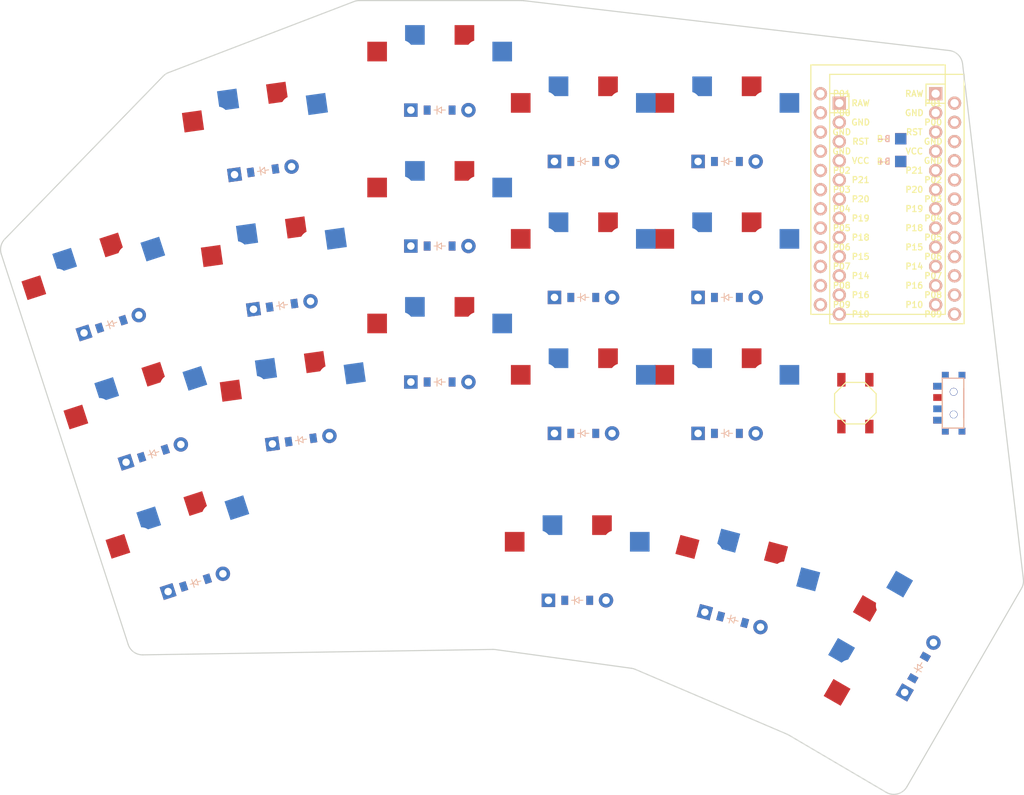
<source format=kicad_pcb>
(kicad_pcb (version 20221018) (generator pcbnew)
  (title_block (title "rosebear") (rev "v1.0.0") (company "Unknown"))
  (layers (0 "F.Cu" signal) (31 "B.Cu" signal) (34 "B.Paste" user) (35 "F.Paste" user) (36 "B.SilkS" user "B.Silkscreen") (37 "F.SilkS" user "F.Silkscreen") (38 "B.Mask" user) (39 "F.Mask" user) (44 "Edge.Cuts" user))
  (net 0 "")
  (net 1 "P20")
  (net 2 "pinky_bottom")
  (net 3 "pinky_home")
  (net 4 "pinky_top")
  (net 5 "P19")
  (net 6 "ring_bottom")
  (net 7 "ring_home")
  (net 8 "ring_top")
  (net 9 "P18")
  (net 10 "middle_bottom")
  (net 11 "middle_home")
  (net 12 "middle_top")
  (net 13 "P15")
  (net 14 "index_bottom")
  (net 15 "index_home")
  (net 16 "index_top")
  (net 17 "P14")
  (net 18 "inner_bottom")
  (net 19 "inner_home")
  (net 20 "inner_top")
  (net 21 "near_thumb")
  (net 22 "home_thumb")
  (net 23 "far_thumb")
  (net 24 "P6")
  (net 25 "P5")
  (net 26 "P4")
  (net 27 "P7")
  (net 28 "RAW")
  (net 29 "GND")
  (net 30 "RST")
  (net 31 "VCC")
  (net 32 "P21")
  (net 33 "P16")
  (net 34 "P10")
  (net 35 "P1")
  (net 36 "P0")
  (net 37 "P2")
  (net 38 "P3")
  (net 39 "P8")
  (net 40 "P9")
  (net 41 "Bplus")
  (footprint "E73:SPDT_C128955" (layer "F.Cu") (at 151.53973 80.040127 -90)
    (fp_text reference "T1" hide)
    (fp_text value "" hide)
  )
  (footprint "E73:SW_TACT_ALPS_SKQGABE010" (layer "F.Cu") (at 138.53973 80.040127 -90)
    (fp_text reference "B1" hide)
    (fp_text value "" hide)
  )
  (footprint "PG1350" (layer "F.Cu") (at 38.875388 65.761965 18)
    (fp_text reference "S3" hide)
    (fp_text value "" hide)
  )
  (footprint "PG1350" (layer "F.Cu") (at 123.33973 104.840127 -15)
    (fp_text reference "S17" hide)
    (fp_text value "" hide)
  )
  (footprint "ComboDiode" (layer "F.Cu") (at 102.53973 48.040127)
    (fp_text reference "D12" hide)
    (fp_text value "" hide)
  )
  (footprint "PG1350" (layer "F.Cu") (at 59.618056 45.297445 8)
    (fp_text reference "S6" hide)
    (fp_text value "" hide)
  )
  (footprint "PG1350" (layer "F.Cu") (at 83.53973 55.240127)
    (fp_text reference "S8" hide)
    (fp_text value "" hide)
  )
  (footprint "SMDPad" (layer "F.Cu") (at 144.53973 48.040127)
    (fp_text reference "PAD1" hide)
    (fp_text value "" hide)
  )
  (footprint "PG1350" (layer "F.Cu") (at 121.53973 44.040127)
    (fp_text reference "S15" hide)
    (fp_text value "" hide)
  )
  (footprint "ProMicro" (layer "F.Cu") (at 144.03973 54.290127 -90)
    (fp_text reference "MCU2" hide)
    (fp_text value "" hide)
  )
  (footprint "ComboDiode" (layer "F.Cu") (at 121.53973 84.040127)
    (fp_text reference "D13" hide)
    (fp_text value "" hide)
  )
  (footprint "ComboDiode" (layer "F.Cu") (at 121.53973 66.040127)
    (fp_text reference "D14" hide)
    (fp_text value "" hide)
  )
  (footprint "ComboDiode" (layer "F.Cu") (at 62.679865 67.083342 8)
    (fp_text reference "D5" hide)
    (fp_text value "" hide)
  )
  (footprint "ComboDiode" (layer "F.Cu") (at 65.18498 84.908167 8)
    (fp_text reference "D4" hide)
    (fp_text value "" hide)
  )
  (footprint "E73:SPDT_C128955" (layer "F.Cu") (at 151.53973 80.040127 -90)
    (fp_text reference "T2" hide)
    (fp_text value "" hide)
  )
  (footprint "ComboDiode" (layer "F.Cu") (at 83.53973 77.240127)
    (fp_text reference "D7" hide)
    (fp_text value "" hide)
  )
  (footprint "PG1350" (layer "F.Cu") (at 62.123172 63.12227 8)
    (fp_text reference "S5" hide)
    (fp_text value "" hide)
  )
  (footprint "ComboDiode" (layer "F.Cu") (at 40.111456 69.566192 18)
    (fp_text reference "D3" hide)
    (fp_text value "" hide)
  )
  (footprint "PG1350" (layer "F.Cu") (at 83.53973 37.240127)
    (fp_text reference "S9" hide)
    (fp_text value "" hide)
  )
  (footprint "PG1350" (layer "F.Cu") (at 50 100 18)
    (fp_text reference "S1" hide)
    (fp_text value "" hide)
  )
  (footprint "PG1350" (layer "F.Cu") (at 102.53973 80.040127)
    (fp_text reference "S10" hide)
    (fp_text value "" hide)
  )
  (footprint "PG1350" (layer "F.Cu") (at 83.53973 73.240127)
    (fp_text reference "S7" hide)
    (fp_text value "" hide)
  )
  (footprint "ComboDiode" (layer "F.Cu") (at 102.53973 66.040127)
    (fp_text reference "D11" hide)
    (fp_text value "" hide)
  )
  (footprint "ComboDiode" (layer "F.Cu") (at 83.53973 59.240127)
    (fp_text reference "D8" hide)
    (fp_text value "" hide)
  )
  (footprint "PG1350" (layer "F.Cu") (at 44.437694 82.880983 18)
    (fp_text reference "S2" hide)
    (fp_text value "" hide)
  )
  (footprint "PG1350" (layer "F.Cu") (at 121.53973 62.040127)
    (fp_text reference "S14" hide)
    (fp_text value "" hide)
  )
  (footprint "ComboDiode" (layer "F.Cu") (at 101.73973 106.140127)
    (fp_text reference "D16" hide)
    (fp_text value "" hide)
  )
  (footprint "ComboDiode" (layer "F.Cu") (at 146.969018 115.038618 60)
    (fp_text reference "D18" hide)
    (fp_text value "" hide)
  )
  (footprint "ProMicro" (layer "F.Cu") (at 141.53973 53.040127 -90)
    (fp_text reference "MCU1" hide)
    (fp_text value "" hide)
  )
  (footprint "ComboDiode" (layer "F.Cu") (at 60.174749 49.258517 8)
    (fp_text reference "D6" hide)
    (fp_text value "" hide)
  )
  (footprint "PG1350" (layer "F.Cu") (at 121.53973 80.040127)
    (fp_text reference "S13" hide)
    (fp_text value "" hide)
  )
  (footprint "ComboDiode" (layer "F.Cu") (at 121.53973 48.040127)
    (fp_text reference "D15" hide)
    (fp_text value "" hide)
  )
  (footprint "ComboDiode" (layer "F.Cu") (at 83.53973 41.240127)
    (fp_text reference "D9" hide)
    (fp_text value "" hide)
  )
  (footprint "SMDPad" (layer "F.Cu") (at 144.53973 45.040127)
    (fp_text reference "PAD2" hide)
    (fp_text value "" hide)
  )
  (footprint "PG1350" (layer "F.Cu") (at 102.53973 62.040127)
    (fp_text reference "S11" hide)
    (fp_text value "" hide)
  )
  (footprint "PG1350" (layer "F.Cu") (at 101.73973 102.140127)
    (fp_text reference "S16" hide)
    (fp_text value "" hide)
  )
  (footprint "ComboDiode" (layer "F.Cu") (at 45.673762 86.685209 18)
    (fp_text reference "D2" hide)
    (fp_text value "" hide)
  )
  (footprint "ComboDiode" (layer "F.Cu") (at 102.53973 84.040127)
    (fp_text reference "D10" hide)
    (fp_text value "" hide)
  )
  (footprint "ComboDiode" (layer "F.Cu") (at 122.304454 108.70383 -15)
    (fp_text reference "D17" hide)
    (fp_text value "" hide)
  )
  (footprint "PG1350" (layer "F.Cu") (at 102.53973 44.040127)
    (fp_text reference "S12" hide)
    (fp_text value "" hide)
  )
  (footprint "ComboDiode" (layer "F.Cu") (at 51.236068 103.804226 18)
    (fp_text reference "D1" hide)
    (fp_text value "" hide)
  )
  (footprint "PG1350" (layer "F.Cu") (at 143.504917 113.038618 60)
    (fp_text reference "S18" hide)
    (fp_text value "" hide)
  )
  (footprint "PG1350" (layer "F.Cu") (at 64.628288 80.947095 8)
    (fp_text reference "S4" hide)
    (fp_text value "" hide)
  )
  (gr_line (start 26.009242 58.310195) (end 46.956702 36.746654) (stroke (width 0.15)) (layer "Edge.Cuts"))
  (gr_line (start 90.587161 112.642498) (end 44.259837 113.362334) (stroke (width 0.15)) (layer "Edge.Cuts"))
  (gr_line (start 94.655776 26.753733) (end 150.971311 33.356243) (stroke (width 0.15)) (layer "Edge.Cuts"))
  (gr_arc (start 90.587161 112.642497) (mid 90.739378 112.645928) (end 90.890893 112.660929) (stroke (width 0.15)) (layer "Edge.Cuts"))
  (gr_arc (start 160.77044 103.339905) (mid 160.743089 103.977555) (end 160.516252 104.57412) (stroke (width 0.15)) (layer "Edge.Cuts"))
  (gr_line (start 129.499269 123.864462) (end 109.428881 115.283698) (stroke (width 0.15)) (layer "Edge.Cuts"))
  (gr_line (start 152.724662 35.108423) (end 160.77044 103.339905) (stroke (width 0.15)) (layer "Edge.Cuts"))
  (gr_line (start 25.541687 60.321801) (end 42.326652 111.98061) (stroke (width 0.15)) (layer "Edge.Cuts"))
  (gr_arc (start 94.422888 26.740127) (mid 94.539531 26.743531) (end 94.655776 26.753732) (stroke (width 0.15)) (layer "Edge.Cuts"))
  (gr_line (start 72.909976 26.740127) (end 94.422889 26.740127) (stroke (width 0.15)) (layer "Edge.Cuts"))
  (gr_arc (start 150.971311 33.356243) (mid 152.152164 33.927952) (end 152.724662 35.108423) (stroke (width 0.15)) (layer "Edge.Cuts"))
  (gr_arc (start 25.541687 60.321801) (mid 25.495728 59.250979) (end 26.009242 58.310195) (stroke (width 0.15)) (layer "Edge.Cuts"))
  (gr_arc (start 44.259837 113.362335) (mid 43.065799 112.989694) (end 42.326652 111.98061) (stroke (width 0.15)) (layer "Edge.Cuts"))
  (gr_line (start 47.675304 36.272766) (end 72.19402 26.872667) (stroke (width 0.15)) (layer "Edge.Cuts"))
  (gr_arc (start 129.499269 123.864462) (mid 129.614915 123.91833) (end 129.726892 123.979461) (stroke (width 0.15)) (layer "Edge.Cuts"))
  (gr_line (start 142.61033 131.55603) (end 129.726892 123.979461) (stroke (width 0.15)) (layer "Edge.Cuts"))
  (gr_arc (start 145.35623 130.832049) (mid 144.134072 131.76596) (end 142.61033 131.55603) (stroke (width 0.15)) (layer "Edge.Cuts"))
  (gr_arc (start 46.956702 36.746654) (mid 47.290206 36.470591) (end 47.675304 36.272766) (stroke (width 0.15)) (layer "Edge.Cuts"))
  (gr_arc (start 108.915315 115.141351) (mid 109.176861 115.195342) (end 109.428881 115.283698) (stroke (width 0.15)) (layer "Edge.Cuts"))
  (gr_line (start 108.915315 115.141351) (end 90.890893 112.660929) (stroke (width 0.15)) (layer "Edge.Cuts"))
  (gr_arc (start 72.19402 26.872667) (mid 72.545916 26.773541) (end 72.909976 26.740127) (stroke (width 0.15)) (layer "Edge.Cuts"))
  (gr_line (start 160.516252 104.57412) (end 145.35623 130.832049) (stroke (width 0.15)) (layer "Edge.Cuts"))
)
</source>
